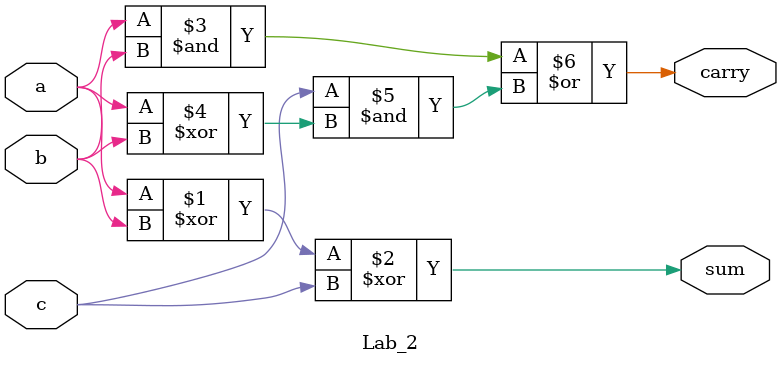
<source format=sv>
module Lab_2(
    input logic a,
    input logic b,
    input logic c,
    output logic sum,
    output logic carry
);

    assign sum = (a ^ b) ^ c;
    assign carry = (a & b) | (c & (a ^ b));

endmodule


</source>
